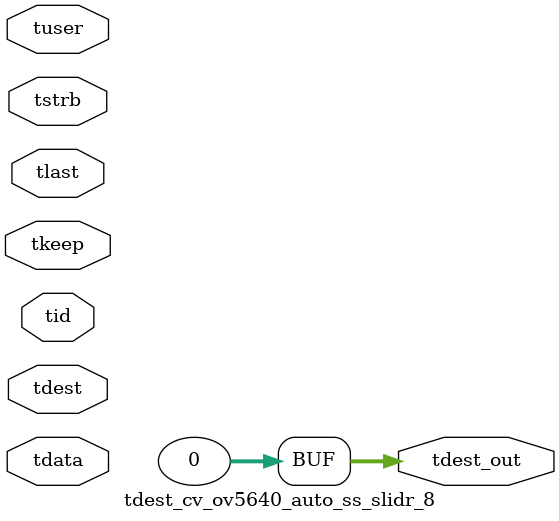
<source format=v>


`timescale 1ps/1ps

module tdest_cv_ov5640_auto_ss_slidr_8 #
(
parameter C_S_AXIS_TDATA_WIDTH = 32,
parameter C_S_AXIS_TUSER_WIDTH = 0,
parameter C_S_AXIS_TID_WIDTH   = 0,
parameter C_S_AXIS_TDEST_WIDTH = 0,
parameter C_M_AXIS_TDEST_WIDTH = 32
)
(
input  [(C_S_AXIS_TDATA_WIDTH == 0 ? 1 : C_S_AXIS_TDATA_WIDTH)-1:0     ] tdata,
input  [(C_S_AXIS_TUSER_WIDTH == 0 ? 1 : C_S_AXIS_TUSER_WIDTH)-1:0     ] tuser,
input  [(C_S_AXIS_TID_WIDTH   == 0 ? 1 : C_S_AXIS_TID_WIDTH)-1:0       ] tid,
input  [(C_S_AXIS_TDEST_WIDTH == 0 ? 1 : C_S_AXIS_TDEST_WIDTH)-1:0     ] tdest,
input  [(C_S_AXIS_TDATA_WIDTH/8)-1:0 ] tkeep,
input  [(C_S_AXIS_TDATA_WIDTH/8)-1:0 ] tstrb,
input                                                                    tlast,
output [C_M_AXIS_TDEST_WIDTH-1:0] tdest_out
);

assign tdest_out = {1'b0};

endmodule


</source>
